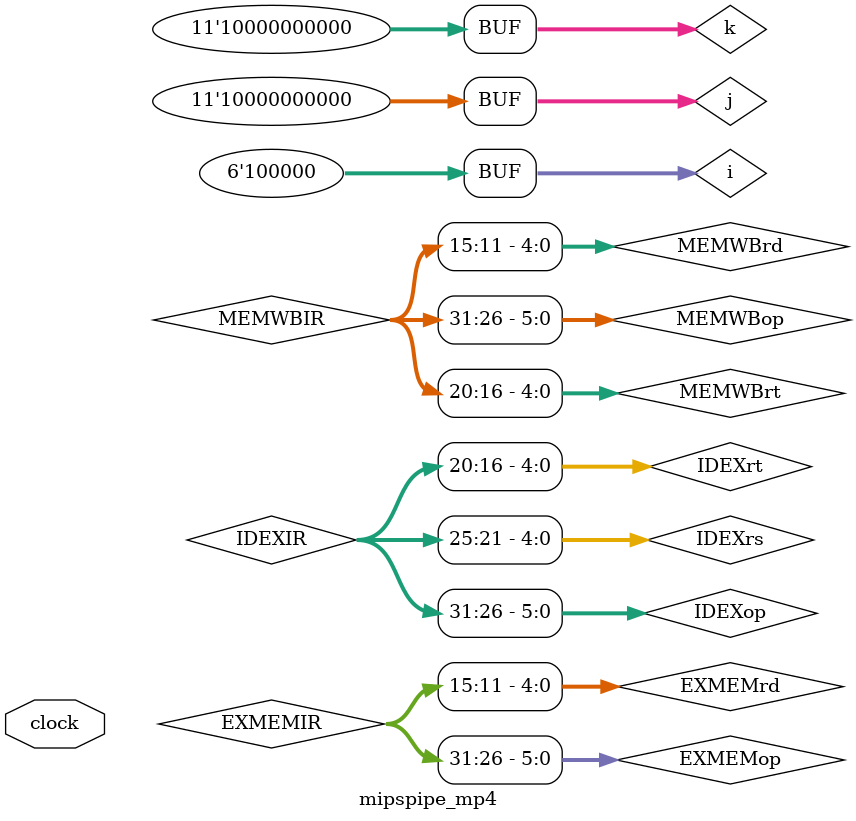
<source format=v>

module mipspipe_mp4 (clock);

// in_out
  input clock;

  // Instruction opcodes
  parameter LW = 6'b100011, SW = 6'b101011, BEQ = 6'b000100, nop = 32'b00000_100000, ALUop = 6'b0;
  reg [31:0] PC, Regs[0:31], IMemory[0:1023], DMemory[0:1023], // instruction and data memories
             IFIDIR, IDEXA, IDEXB, IDEXIR, EXMEMIR, EXMEMB, // pipeline latches
             EXMEMALUOut, MEMWBValue, MEMWBIR;

  wire [4:0] IDEXrs, IDEXrt, EXMEMrd, MEMWBrd, MEMWBrt; // hold register fields
  wire [5:0] EXMEMop, MEMWBop, IDEXop; // hold opcodes
  wire [31:0] Ain, Bin; // ALU inputs


  // declare the bypass signals
  wire takebranch, stall, bypassAfromMEM, bypassAfromALUinWB, bypassBfromMEM, bypassBfromALUinWB, bypassAfromLWinWB, bypassBfromLWinWB;

   // Define fields of pipeline latches
   assign IDEXrs = IDEXIR[25:21]; // rs field
   assign IDEXrt = IDEXIR[20:16]; // rt field
   assign EXMEMrd = EXMEMIR[15:11]; // rd field
   assign MEMWBrd = MEMWBIR[15:11]; // rd field
   assign MEMWBrt = MEMWBIR[20:16]; // rt field -- for loads
   assign EXMEMop = EXMEMIR[31:26]; // opcode
   assign MEMWBop = MEMWBIR[31:26]; // opcode
   assign IDEXop = IDEXIR[31:26]; // opcode

  // The bypass to input A from the MEM stage for an ALU operation
  assign bypassAfromMEM = (IDEXrs == EXMEMrd) & (IDEXrs!=0) & (EXMEMop==ALUop); // yes, bypass
  // The bypass to input B from the MEM stage for an ALU operation
  assign bypassBfromMEM = (IDEXrt == EXMEMrd) & (IDEXrt!=0) & (EXMEMop==ALUop); // yes, bypass
  // The bypass to input A from the WB stage for an ALU operation
  assign bypassAfromALUinWB = (IDEXrs == MEMWBrd) & (IDEXrs!=0) & (MEMWBop==ALUop);
  // The bypass to input B from the WB stage for an ALU operation
  assign bypassBfromALUinWB = (IDEXrt == MEMWBrd) & (IDEXrt!=0) & (MEMWBop==ALUop);
  // The bypass to input A from the WB stage for an LW operation
  assign bypassAfromLWinWB = (IDEXrs == MEMWBIR[20:16]) & (IDEXrs!=0) & (MEMWBop==LW);
  // The bypass to input B from the WB stage for an LW operation
  assign bypassBfromLWinWB = (IDEXrt == MEMWBIR[20:16]) & (IDEXrt!=0) & (MEMWBop==LW);

  // The A input to the ALU is bypassed from MEM if there is a bypass there,
  // Otherwise from WB if there is a bypass there, and otherwise comes from the IDEX register
  assign Ain = bypassAfromMEM? EXMEMALUOut : (bypassAfromALUinWB | bypassAfromLWinWB)? MEMWBValue : IDEXA;

  // The B input to the ALU is bypassed from MEM if there is a bypass there,
  // Otherwise from WB if there is a bypass there, and otherwise comes from the IDEX register
  assign Bin = bypassBfromMEM? EXMEMALUOut : (bypassBfromALUinWB | bypassBfromLWinWB)? MEMWBValue : IDEXB;

  // The signal for detecting a stall based on the use of a result from LW
  assign stall = (MEMWBIR[31:26] == LW) && ((((IDEXop == LW) | (IDEXop == SW)) && (IDEXrs == MEMWBrd)) | ((IDEXop == ALUop) && ((IDEXrs == MEMWBrd) | (IDEXrt == MEMWBrd))));// modified

  // The signal for a taken branch: instruction is BEQ and registers are equal
  assign takebranch = (IFIDIR[31:26]==BEQ) && (Regs[IFIDIR[25:21]]==Regs[IFIDIR[20:16]]);

  reg [5:0] i; // used to initialize latches
  reg [10:0] j,k; // used to initialize memories

  initial
  begin
    PC = 0;
    IFIDIR = nop;
    IDEXIR = nop;
    EXMEMIR = nop;
    MEMWBIR = nop; // put nops in pipeline registers

    for (i = 0;i<=31;i = i+1) Regs[i] = i; // initialize registers

    IMemory[0] = 32'h8ca30002;
    IMemory[1] = 32'h8c620007;
    IMemory[2] = 32'h10200003;
    IMemory[3] = 32'h8c0b0010;
    IMemory[4] = 32'had6f0009;
    IMemory[5] = 32'h10210001;
    IMemory[6] = 32'h8ca30002;
    IMemory[7] = 32'h8c0b0010;
    IMemory[8] = 32'h002b6020;
    for (j=9; j<=1023; j=j+1) IMemory[j] = nop; // initialize instruction memories

    DMemory[0] = 32'h00000000;
    DMemory[1] = 32'h0000000d;
    DMemory[2] = 32'h00000000;
    DMemory[3] = 32'h00000000;
    DMemory[4] = 32'h00000003;
    DMemory[5] = 32'hffffffff;
    for (k=6; k<=1023; k=k+1) DMemory[k] = 0; // initialize data memories
  end

  always @ (posedge clock)
  begin

	if (~stall)  // the first three pipeline stages stall if there is a load hazard
    begin

	  // FETCH: Fetch instruction & update PC
	  if (~takebranch)
      begin
        IFIDIR <= IMemory[PC>>2];
        PC <= PC + 4;
      end
      else
      begin // a taken branch is in ID; instruction in IF is wrong; insert a nop and reset the PC
        IFIDIR <= nop;
        PC <= PC + ({{16{IFIDIR[15]}}, IFIDIR[15:0]}<<2);
      end

      // DECODE: Read registers
      IDEXA <= Regs[IFIDIR[25:21]];
      IDEXB <= Regs[IFIDIR[20:16]];
      IDEXIR <= IFIDIR;

      // EX: Address calculation or ALU operation
      if ((IDEXop==LW) |(IDEXop==SW)) // address calculation & copy B
        EXMEMALUOut <= Ain +{{16{IDEXIR[15]}}, IDEXIR[15:0]};
      else if (IDEXop==ALUop)
      begin
        case (IDEXIR[5:0]) // R-type instruction
          32: EXMEMALUOut <= Ain + Bin; // add operation
          default: ; // other R-type operations: subtract, SLT, etc.
        endcase
      end

      EXMEMIR <= IDEXIR;
      EXMEMB <= Bin; // pass along the IR & B register

	end
    else EXMEMIR <= nop; // Freeze first three stages of pipeline

    // MEM
    if (EXMEMop==ALUop) MEMWBValue <= EXMEMALUOut; // pass along ALU result
    else if (EXMEMop == LW) MEMWBValue <= DMemory[EXMEMALUOut>>2];
    else if (EXMEMop == SW) DMemory[EXMEMALUOut>>2] <=EXMEMB; // store

    MEMWBIR <= EXMEMIR; // pass along IR

    // WB
    if ((MEMWBop==ALUop) & (MEMWBrd != 0)) // update latches if ALU operation and destination not 0
    Regs[MEMWBrd] <= MEMWBValue; // ALU operation
    else if ((MEMWBop == LW)& (MEMWBrt != 0)) // update latches if load and destination not 0
    Regs[MEMWBrt] <= MEMWBValue;

  end

endmodule

</source>
